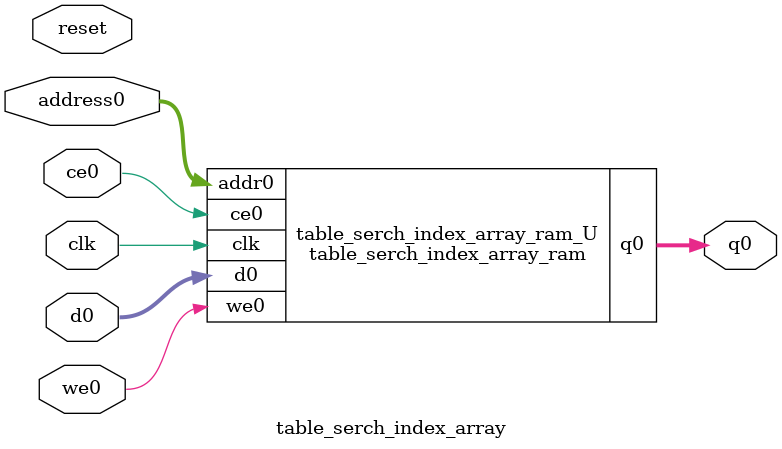
<source format=v>
`timescale 1 ns / 1 ps
module table_serch_index_array_ram (addr0, ce0, d0, we0, q0,  clk);

parameter DWIDTH = 32;
parameter AWIDTH = 3;
parameter MEM_SIZE = 6;

input[AWIDTH-1:0] addr0;
input ce0;
input[DWIDTH-1:0] d0;
input we0;
output reg[DWIDTH-1:0] q0;
input clk;

reg [DWIDTH-1:0] ram[0:MEM_SIZE-1];




always @(posedge clk)  
begin 
    if (ce0) begin
        if (we0) 
            ram[addr0] <= d0; 
        q0 <= ram[addr0];
    end
end


endmodule

`timescale 1 ns / 1 ps
module table_serch_index_array(
    reset,
    clk,
    address0,
    ce0,
    we0,
    d0,
    q0);

parameter DataWidth = 32'd32;
parameter AddressRange = 32'd6;
parameter AddressWidth = 32'd3;
input reset;
input clk;
input[AddressWidth - 1:0] address0;
input ce0;
input we0;
input[DataWidth - 1:0] d0;
output[DataWidth - 1:0] q0;



table_serch_index_array_ram table_serch_index_array_ram_U(
    .clk( clk ),
    .addr0( address0 ),
    .ce0( ce0 ),
    .we0( we0 ),
    .d0( d0 ),
    .q0( q0 ));

endmodule


</source>
